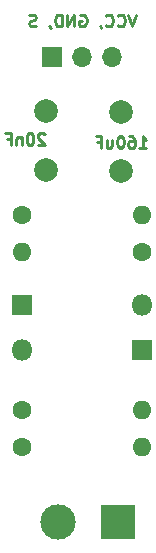
<source format=gbr>
%TF.GenerationSoftware,KiCad,Pcbnew,(5.1.7-0-10_14)*%
%TF.CreationDate,2021-02-15T14:43:33+01:00*%
%TF.ProjectId,Burden,42757264-656e-42e6-9b69-6361645f7063,rev?*%
%TF.SameCoordinates,PX9a6c788PY3b58df0*%
%TF.FileFunction,Copper,L1,Top*%
%TF.FilePolarity,Positive*%
%FSLAX46Y46*%
G04 Gerber Fmt 4.6, Leading zero omitted, Abs format (unit mm)*
G04 Created by KiCad (PCBNEW (5.1.7-0-10_14)) date 2021-02-15 14:43:33*
%MOMM*%
%LPD*%
G01*
G04 APERTURE LIST*
%TA.AperFunction,NonConductor*%
%ADD10C,0.250000*%
%TD*%
%TA.AperFunction,ComponentPad*%
%ADD11C,2.000000*%
%TD*%
%TA.AperFunction,ComponentPad*%
%ADD12C,3.000000*%
%TD*%
%TA.AperFunction,ComponentPad*%
%ADD13R,3.000000X3.000000*%
%TD*%
%TA.AperFunction,ComponentPad*%
%ADD14O,1.600000X1.600000*%
%TD*%
%TA.AperFunction,ComponentPad*%
%ADD15C,1.600000*%
%TD*%
%TA.AperFunction,ComponentPad*%
%ADD16O,1.800000X1.800000*%
%TD*%
%TA.AperFunction,ComponentPad*%
%ADD17R,1.800000X1.800000*%
%TD*%
%TA.AperFunction,ComponentPad*%
%ADD18O,1.700000X1.700000*%
%TD*%
%TA.AperFunction,ComponentPad*%
%ADD19R,1.700000X1.700000*%
%TD*%
G04 APERTURE END LIST*
D10*
X14374619Y-12136380D02*
X14946047Y-12136380D01*
X14660333Y-12136380D02*
X14660333Y-11136380D01*
X14755571Y-11279238D01*
X14850809Y-11374476D01*
X14946047Y-11422095D01*
X13517476Y-11136380D02*
X13707952Y-11136380D01*
X13803190Y-11184000D01*
X13850809Y-11231619D01*
X13946047Y-11374476D01*
X13993666Y-11564952D01*
X13993666Y-11945904D01*
X13946047Y-12041142D01*
X13898428Y-12088761D01*
X13803190Y-12136380D01*
X13612714Y-12136380D01*
X13517476Y-12088761D01*
X13469857Y-12041142D01*
X13422238Y-11945904D01*
X13422238Y-11707809D01*
X13469857Y-11612571D01*
X13517476Y-11564952D01*
X13612714Y-11517333D01*
X13803190Y-11517333D01*
X13898428Y-11564952D01*
X13946047Y-11612571D01*
X13993666Y-11707809D01*
X12803190Y-11136380D02*
X12707952Y-11136380D01*
X12612714Y-11184000D01*
X12565095Y-11231619D01*
X12517476Y-11326857D01*
X12469857Y-11517333D01*
X12469857Y-11755428D01*
X12517476Y-11945904D01*
X12565095Y-12041142D01*
X12612714Y-12088761D01*
X12707952Y-12136380D01*
X12803190Y-12136380D01*
X12898428Y-12088761D01*
X12946047Y-12041142D01*
X12993666Y-11945904D01*
X13041285Y-11755428D01*
X13041285Y-11517333D01*
X12993666Y-11326857D01*
X12946047Y-11231619D01*
X12898428Y-11184000D01*
X12803190Y-11136380D01*
X11612714Y-11469714D02*
X11612714Y-12136380D01*
X12041285Y-11469714D02*
X12041285Y-11993523D01*
X11993666Y-12088761D01*
X11898428Y-12136380D01*
X11755571Y-12136380D01*
X11660333Y-12088761D01*
X11612714Y-12041142D01*
X10803190Y-11612571D02*
X11136523Y-11612571D01*
X11136523Y-12136380D02*
X11136523Y-11136380D01*
X10660333Y-11136380D01*
X6341857Y-10977619D02*
X6294238Y-10930000D01*
X6199000Y-10882380D01*
X5960904Y-10882380D01*
X5865666Y-10930000D01*
X5818047Y-10977619D01*
X5770428Y-11072857D01*
X5770428Y-11168095D01*
X5818047Y-11310952D01*
X6389476Y-11882380D01*
X5770428Y-11882380D01*
X5151380Y-10882380D02*
X5056142Y-10882380D01*
X4960904Y-10930000D01*
X4913285Y-10977619D01*
X4865666Y-11072857D01*
X4818047Y-11263333D01*
X4818047Y-11501428D01*
X4865666Y-11691904D01*
X4913285Y-11787142D01*
X4960904Y-11834761D01*
X5056142Y-11882380D01*
X5151380Y-11882380D01*
X5246619Y-11834761D01*
X5294238Y-11787142D01*
X5341857Y-11691904D01*
X5389476Y-11501428D01*
X5389476Y-11263333D01*
X5341857Y-11072857D01*
X5294238Y-10977619D01*
X5246619Y-10930000D01*
X5151380Y-10882380D01*
X4389476Y-11215714D02*
X4389476Y-11882380D01*
X4389476Y-11310952D02*
X4341857Y-11263333D01*
X4246619Y-11215714D01*
X4103761Y-11215714D01*
X4008523Y-11263333D01*
X3960904Y-11358571D01*
X3960904Y-11882380D01*
X3151380Y-11358571D02*
X3484714Y-11358571D01*
X3484714Y-11882380D02*
X3484714Y-10882380D01*
X3008523Y-10882380D01*
X14090551Y-840860D02*
X13757218Y-1840860D01*
X13423884Y-840860D01*
X12519123Y-1745622D02*
X12566742Y-1793241D01*
X12709599Y-1840860D01*
X12804837Y-1840860D01*
X12947694Y-1793241D01*
X13042932Y-1698003D01*
X13090551Y-1602765D01*
X13138170Y-1412289D01*
X13138170Y-1269432D01*
X13090551Y-1078956D01*
X13042932Y-983718D01*
X12947694Y-888480D01*
X12804837Y-840860D01*
X12709599Y-840860D01*
X12566742Y-888480D01*
X12519123Y-936099D01*
X11519123Y-1745622D02*
X11566742Y-1793241D01*
X11709599Y-1840860D01*
X11804837Y-1840860D01*
X11947694Y-1793241D01*
X12042932Y-1698003D01*
X12090551Y-1602765D01*
X12138170Y-1412289D01*
X12138170Y-1269432D01*
X12090551Y-1078956D01*
X12042932Y-983718D01*
X11947694Y-888480D01*
X11804837Y-840860D01*
X11709599Y-840860D01*
X11566742Y-888480D01*
X11519123Y-936099D01*
X11042932Y-1793241D02*
X11042932Y-1840860D01*
X11090551Y-1936099D01*
X11138170Y-1983718D01*
X9328646Y-888480D02*
X9423884Y-840860D01*
X9566742Y-840860D01*
X9709599Y-888480D01*
X9804837Y-983718D01*
X9852456Y-1078956D01*
X9900075Y-1269432D01*
X9900075Y-1412289D01*
X9852456Y-1602765D01*
X9804837Y-1698003D01*
X9709599Y-1793241D01*
X9566742Y-1840860D01*
X9471503Y-1840860D01*
X9328646Y-1793241D01*
X9281027Y-1745622D01*
X9281027Y-1412289D01*
X9471503Y-1412289D01*
X8852456Y-1840860D02*
X8852456Y-840860D01*
X8281027Y-1840860D01*
X8281027Y-840860D01*
X7804837Y-1840860D02*
X7804837Y-840860D01*
X7566742Y-840860D01*
X7423884Y-888480D01*
X7328646Y-983718D01*
X7281027Y-1078956D01*
X7233408Y-1269432D01*
X7233408Y-1412289D01*
X7281027Y-1602765D01*
X7328646Y-1698003D01*
X7423884Y-1793241D01*
X7566742Y-1840860D01*
X7804837Y-1840860D01*
X6757218Y-1793241D02*
X6757218Y-1840860D01*
X6804837Y-1936099D01*
X6852456Y-1983718D01*
X5614361Y-1793241D02*
X5471503Y-1840860D01*
X5233408Y-1840860D01*
X5138170Y-1793241D01*
X5090551Y-1745622D01*
X5042932Y-1650384D01*
X5042932Y-1555146D01*
X5090551Y-1459908D01*
X5138170Y-1412289D01*
X5233408Y-1364670D01*
X5423884Y-1317051D01*
X5519123Y-1269432D01*
X5566742Y-1221813D01*
X5614361Y-1126575D01*
X5614361Y-1031337D01*
X5566742Y-936099D01*
X5519123Y-888480D01*
X5423884Y-840860D01*
X5185789Y-840860D01*
X5042932Y-888480D01*
D11*
%TO.P,20nF,2*%
%TO.N,/V_sense*%
X6477000Y-8970000D03*
%TO.P,20nF,1*%
%TO.N,GND*%
X6477000Y-13970000D03*
%TD*%
%TO.P,160uF,2*%
%TO.N,GND*%
X12827000Y-9097000D03*
%TO.P,160uF,1*%
%TO.N,Net-(C160uF1-Pad1)*%
X12827000Y-14097000D03*
%TD*%
D12*
%TO.P,J1,2*%
%TO.N,Net-(J1-Pad2)*%
X7493000Y-43815000D03*
D13*
%TO.P,J1,1*%
%TO.N,Net-(C160uF1-Pad1)*%
X12573000Y-43815000D03*
%TD*%
D14*
%TO.P,R4,2*%
%TO.N,/V_sense*%
X14605000Y-34290000D03*
D15*
%TO.P,R4,1*%
%TO.N,Net-(J1-Pad2)*%
X4445000Y-34290000D03*
%TD*%
D16*
%TO.P,D1,2*%
%TO.N,GND*%
X14605000Y-25400000D03*
D17*
%TO.P,D1,1*%
%TO.N,/V_sense*%
X4445000Y-25400000D03*
%TD*%
D16*
%TO.P,D0,2*%
%TO.N,/V_sense*%
X4445000Y-29210000D03*
D17*
%TO.P,D0,1*%
%TO.N,VCC*%
X14605000Y-29210000D03*
%TD*%
D14*
%TO.P,R2,2*%
%TO.N,Net-(C160uF1-Pad1)*%
X4445000Y-20955000D03*
D15*
%TO.P,R2,1*%
%TO.N,VCC*%
X14605000Y-20955000D03*
%TD*%
D14*
%TO.P,R1,2*%
%TO.N,GND*%
X14605000Y-17780000D03*
D15*
%TO.P,R1,1*%
%TO.N,Net-(C160uF1-Pad1)*%
X4445000Y-17780000D03*
%TD*%
D14*
%TO.P,R0,2*%
%TO.N,Net-(C160uF1-Pad1)*%
X14605000Y-37465000D03*
D15*
%TO.P,R0,1*%
%TO.N,Net-(J1-Pad2)*%
X4445000Y-37465000D03*
%TD*%
D18*
%TO.P,J2,3*%
%TO.N,VCC*%
X12065000Y-4445000D03*
%TO.P,J2,2*%
%TO.N,GND*%
X9525000Y-4445000D03*
D19*
%TO.P,J2,1*%
%TO.N,/V_sense*%
X6985000Y-4445000D03*
%TD*%
M02*

</source>
